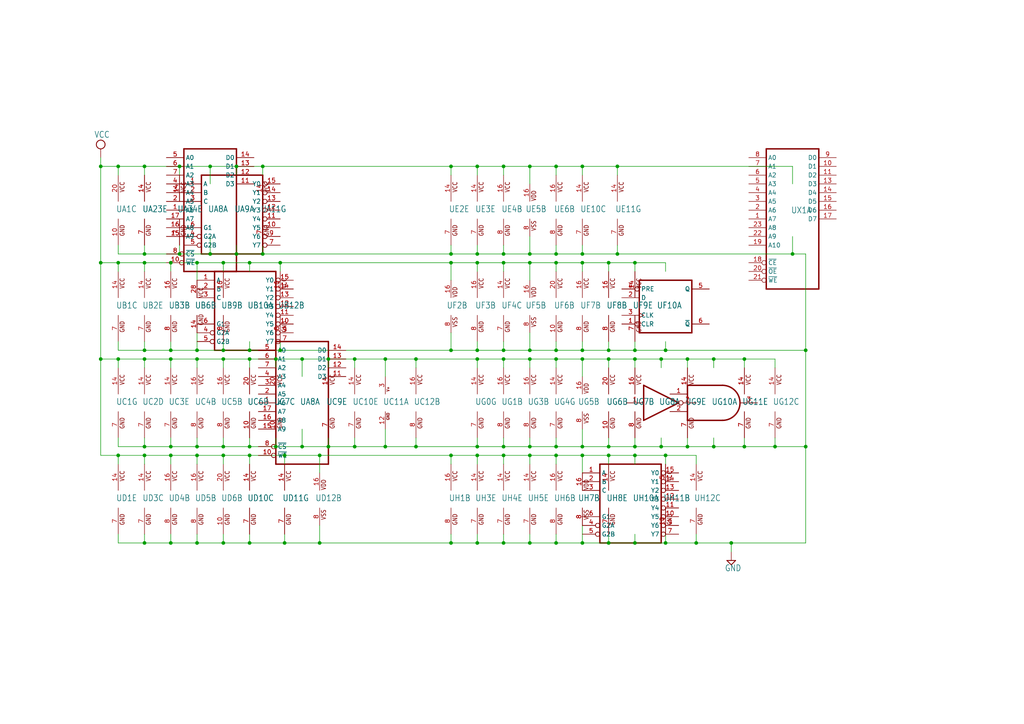
<source format=kicad_sch>
(kicad_sch (version 20230121) (generator eeschema)
  (paper "A4")
  (junction (at 168.91 76.2))
  (junction (at 193.04 101.6))
  (junction (at 193.04 132.08))
  (junction (at 215.9 104.14))
  (junction (at 41.91 104.14))
  (junction (at 41.91 129.54))
  (junction (at 138.43 48.26))
  (junction (at 176.53 101.6))
  (junction (at 72.39 104.14))
  (junction (at 111.76 129.54))
  (junction (at 146.05 76.2))
  (junction (at 111.76 104.14))
  (junction (at 229.87 73.66))
  (junction (at 52.07 48.26))
  (junction (at 87.63 104.14))
  (junction (at 184.15 157.48))
  (junction (at 130.81 157.48))
  (junction (at 34.29 76.2))
  (junction (at 146.05 157.48))
  (junction (at 153.67 76.2))
  (junction (at 64.77 157.48))
  (junction (at 161.29 157.48))
  (junction (at 138.43 129.54))
  (junction (at 153.67 129.54))
  (junction (at 41.91 132.08))
  (junction (at 179.07 48.26))
  (junction (at 184.15 101.6))
  (junction (at 193.04 157.48))
  (junction (at 49.53 129.54))
  (junction (at 184.15 104.14))
  (junction (at 120.65 129.54))
  (junction (at 72.39 157.48))
  (junction (at 153.67 157.48))
  (junction (at 130.81 48.26))
  (junction (at 72.39 132.08))
  (junction (at 49.53 157.48))
  (junction (at 207.01 104.14))
  (junction (at 29.21 76.2))
  (junction (at 57.15 104.14))
  (junction (at 130.81 76.2))
  (junction (at 57.15 157.48))
  (junction (at 146.05 101.6))
  (junction (at 191.77 104.14))
  (junction (at 161.29 104.14))
  (junction (at 49.53 101.6))
  (junction (at 161.29 101.6))
  (junction (at 176.53 157.48))
  (junction (at 146.05 132.08))
  (junction (at 52.07 73.66))
  (junction (at 57.15 129.54))
  (junction (at 184.15 132.08))
  (junction (at 34.29 104.14))
  (junction (at 41.91 157.48))
  (junction (at 92.71 157.48))
  (junction (at 76.2 48.26))
  (junction (at 81.28 101.6))
  (junction (at 29.21 48.26))
  (junction (at 153.67 101.6))
  (junction (at 184.15 76.2))
  (junction (at 153.67 73.66))
  (junction (at 146.05 73.66))
  (junction (at 34.29 48.26))
  (junction (at 168.91 101.6))
  (junction (at 153.67 104.14))
  (junction (at 146.05 129.54))
  (junction (at 215.9 129.54))
  (junction (at 161.29 73.66))
  (junction (at 68.58 48.26))
  (junction (at 41.91 101.6))
  (junction (at 176.53 132.08))
  (junction (at 199.39 129.54))
  (junction (at 49.53 132.08))
  (junction (at 64.77 129.54))
  (junction (at 41.91 73.66))
  (junction (at 64.77 104.14))
  (junction (at 168.91 48.26))
  (junction (at 92.71 132.08))
  (junction (at 95.25 129.54))
  (junction (at 168.91 132.08))
  (junction (at 102.87 104.14))
  (junction (at 120.65 104.14))
  (junction (at 146.05 48.26))
  (junction (at 153.67 132.08))
  (junction (at 60.96 48.26))
  (junction (at 64.77 132.08))
  (junction (at 80.01 104.14))
  (junction (at 138.43 73.66))
  (junction (at 168.91 129.54))
  (junction (at 153.67 48.26))
  (junction (at 179.07 73.66))
  (junction (at 168.91 157.48))
  (junction (at 49.53 104.14))
  (junction (at 57.15 76.2))
  (junction (at 64.77 76.2))
  (junction (at 168.91 104.14))
  (junction (at 72.39 101.6))
  (junction (at 138.43 104.14))
  (junction (at 41.91 48.26))
  (junction (at 176.53 129.54))
  (junction (at 130.81 73.66))
  (junction (at 207.01 129.54))
  (junction (at 82.55 132.08))
  (junction (at 161.29 76.2))
  (junction (at 41.91 76.2))
  (junction (at 76.2 73.66))
  (junction (at 224.79 129.54))
  (junction (at 95.25 104.14))
  (junction (at 138.43 132.08))
  (junction (at 138.43 157.48))
  (junction (at 64.77 101.6))
  (junction (at 60.96 73.66))
  (junction (at 87.63 129.54))
  (junction (at 82.55 157.48))
  (junction (at 138.43 101.6))
  (junction (at 233.68 129.54))
  (junction (at 138.43 76.2))
  (junction (at 146.05 104.14))
  (junction (at 191.77 129.54))
  (junction (at 184.15 129.54))
  (junction (at 212.09 157.48))
  (junction (at 176.53 76.2))
  (junction (at 29.21 104.14))
  (junction (at 72.39 76.2))
  (junction (at 161.29 48.26))
  (junction (at 176.53 104.14))
  (junction (at 161.29 132.08))
  (junction (at 130.81 132.08))
  (junction (at 199.39 104.14))
  (junction (at 233.68 101.6))
  (junction (at 168.91 73.66))
  (junction (at 57.15 101.6))
  (junction (at 57.15 132.08))
  (junction (at 81.28 76.2))
  (junction (at 49.53 76.2))
  (junction (at 80.01 129.54))
  (junction (at 130.81 101.6))
  (junction (at 72.39 129.54))
  (junction (at 34.29 132.08))
  (junction (at 102.87 129.54))
  (junction (at 68.58 73.66))
  (junction (at 161.29 129.54))
  (junction (at 201.93 157.48))
  (wire (pts (xy 80.01 129.54) (xy 87.63 129.54)))
  (wire (pts (xy 153.67 132.08) (xy 161.29 132.08)))
  (wire (pts (xy 153.67 48.26) (xy 146.05 48.26)))
  (wire (pts (xy 146.05 73.66) (xy 138.43 73.66)))
  (wire (pts (xy 176.53 154.94) (xy 176.53 157.48)))
  (wire (pts (xy 72.39 76.2) (xy 81.28 76.2)))
  (wire (pts (xy 72.39 132.08) (xy 82.55 132.08)))
  (wire (pts (xy 41.91 50.8) (xy 41.91 48.26)))
  (wire (pts (xy 201.93 157.48) (xy 201.93 154.94)))
  (wire (pts (xy 229.87 53.34) (xy 229.87 48.26)))
  (wire (pts (xy 138.43 73.66) (xy 130.81 73.66)))
  (wire (pts (xy 41.91 127) (xy 41.91 129.54)))
  (wire (pts (xy 146.05 134.62) (xy 146.05 132.08)))
  (wire (pts (xy 49.53 127) (xy 49.53 129.54)))
  (wire (pts (xy 207.01 129.54) (xy 215.9 129.54)))
  (wire (pts (xy 153.67 76.2) (xy 161.29 76.2)))
  (wire (pts (xy 102.87 106.68) (xy 102.87 104.14)))
  (wire (pts (xy 229.87 73.66) (xy 179.07 73.66)))
  (wire (pts (xy 92.71 152.4) (xy 92.71 157.48)))
  (wire (pts (xy 146.05 129.54) (xy 153.67 129.54)))
  (wire (pts (xy 229.87 68.58) (xy 229.87 73.66)))
  (wire (pts (xy 153.67 68.58) (xy 153.67 73.66)))
  (wire (pts (xy 201.93 157.48) (xy 212.09 157.48)))
  (wire (pts (xy 72.39 99.06) (xy 72.39 101.6)))
  (wire (pts (xy 68.58 50.8) (xy 68.58 48.26)))
  (wire (pts (xy 29.21 48.26) (xy 29.21 76.2)))
  (wire (pts (xy 81.28 76.2) (xy 81.28 78.74)))
  (wire (pts (xy 120.65 104.14) (xy 138.43 104.14)))
  (wire (pts (xy 34.29 134.62) (xy 34.29 132.08)))
  (wire (pts (xy 184.15 106.68) (xy 184.15 104.14)))
  (wire (pts (xy 72.39 127) (xy 72.39 129.54)))
  (wire (pts (xy 184.15 101.6) (xy 193.04 101.6)))
  (wire (pts (xy 34.29 73.66) (xy 41.91 73.66)))
  (wire (pts (xy 34.29 71.12) (xy 34.29 73.66)))
  (wire (pts (xy 212.09 157.48) (xy 212.09 160.02)))
  (wire (pts (xy 146.05 104.14) (xy 138.43 104.14)))
  (wire (pts (xy 193.04 132.08) (xy 201.93 132.08)))
  (wire (pts (xy 81.28 76.2) (xy 130.81 76.2)))
  (wire (pts (xy 168.91 137.16) (xy 168.91 132.08)))
  (wire (pts (xy 87.63 129.54) (xy 95.25 129.54)))
  (wire (pts (xy 92.71 157.48) (xy 82.55 157.48)))
  (wire (pts (xy 184.15 127) (xy 184.15 129.54)))
  (wire (pts (xy 176.53 104.14) (xy 184.15 104.14)))
  (wire (pts (xy 184.15 104.14) (xy 191.77 104.14)))
  (wire (pts (xy 176.53 106.68) (xy 176.53 104.14)))
  (wire (pts (xy 199.39 129.54) (xy 191.77 129.54)))
  (wire (pts (xy 153.67 101.6) (xy 161.29 101.6)))
  (wire (pts (xy 41.91 73.66) (xy 41.91 71.12)))
  (wire (pts (xy 29.21 76.2) (xy 29.21 104.14)))
  (wire (pts (xy 34.29 101.6) (xy 41.91 101.6)))
  (wire (pts (xy 153.67 53.34) (xy 153.67 48.26)))
  (wire (pts (xy 184.15 134.62) (xy 184.15 132.08)))
  (wire (pts (xy 146.05 154.94) (xy 146.05 157.48)))
  (wire (pts (xy 130.81 157.48) (xy 138.43 157.48)))
  (wire (pts (xy 34.29 99.06) (xy 34.29 101.6)))
  (wire (pts (xy 233.68 157.48) (xy 212.09 157.48)))
  (wire (pts (xy 161.29 157.48) (xy 168.91 157.48)))
  (wire (pts (xy 138.43 48.26) (xy 130.81 48.26)))
  (wire (pts (xy 138.43 134.62) (xy 138.43 132.08)))
  (wire (pts (xy 72.39 154.94) (xy 72.39 157.48)))
  (wire (pts (xy 92.71 132.08) (xy 130.81 132.08)))
  (wire (pts (xy 161.29 101.6) (xy 168.91 101.6)))
  (wire (pts (xy 130.81 50.8) (xy 130.81 48.26)))
  (wire (pts (xy 64.77 104.14) (xy 72.39 104.14)))
  (wire (pts (xy 146.05 76.2) (xy 153.67 76.2)))
  (wire (pts (xy 64.77 134.62) (xy 64.77 132.08)))
  (wire (pts (xy 68.58 71.12) (xy 68.58 73.66)))
  (wire (pts (xy 146.05 78.74) (xy 146.05 76.2)))
  (wire (pts (xy 168.91 76.2) (xy 176.53 76.2)))
  (wire (pts (xy 82.55 132.08) (xy 82.55 134.62)))
  (wire (pts (xy 111.76 124.46) (xy 111.76 129.54)))
  (wire (pts (xy 138.43 104.14) (xy 138.43 106.68)))
  (wire (pts (xy 130.81 132.08) (xy 138.43 132.08)))
  (wire (pts (xy 41.91 99.06) (xy 41.91 101.6)))
  (wire (pts (xy 233.68 73.66) (xy 233.68 101.6)))
  (wire (pts (xy 179.07 50.8) (xy 179.07 48.26)))
  (wire (pts (xy 29.21 104.14) (xy 34.29 104.14)))
  (wire (pts (xy 29.21 132.08) (xy 34.29 132.08)))
  (wire (pts (xy 138.43 76.2) (xy 138.43 78.74)))
  (wire (pts (xy 146.05 132.08) (xy 153.67 132.08)))
  (wire (pts (xy 49.53 76.2) (xy 49.53 78.74)))
  (wire (pts (xy 60.96 73.66) (xy 68.58 73.66)))
  (wire (pts (xy 41.91 154.94) (xy 41.91 157.48)))
  (wire (pts (xy 130.81 101.6) (xy 138.43 101.6)))
  (wire (pts (xy 130.81 157.48) (xy 92.71 157.48)))
  (wire (pts (xy 153.67 127) (xy 153.67 129.54)))
  (wire (pts (xy 41.91 48.26) (xy 52.07 48.26)))
  (wire (pts (xy 138.43 101.6) (xy 146.05 101.6)))
  (wire (pts (xy 76.2 73.66) (xy 130.81 73.66)))
  (wire (pts (xy 153.67 96.52) (xy 153.67 101.6)))
  (wire (pts (xy 52.07 48.26) (xy 60.96 48.26)))
  (wire (pts (xy 161.29 127) (xy 161.29 129.54)))
  (wire (pts (xy 82.55 132.08) (xy 92.71 132.08)))
  (wire (pts (xy 102.87 104.14) (xy 95.25 104.14)))
  (wire (pts (xy 34.29 76.2) (xy 41.91 76.2)))
  (wire (pts (xy 29.21 104.14) (xy 29.21 132.08)))
  (wire (pts (xy 34.29 78.74) (xy 34.29 76.2)))
  (wire (pts (xy 161.29 73.66) (xy 153.67 73.66)))
  (wire (pts (xy 161.29 71.12) (xy 161.29 73.66)))
  (wire (pts (xy 199.39 104.14) (xy 191.77 104.14)))
  (wire (pts (xy 153.67 154.94) (xy 153.67 157.48)))
  (wire (pts (xy 233.68 101.6) (xy 233.68 129.54)))
  (wire (pts (xy 168.91 104.14) (xy 161.29 104.14)))
  (wire (pts (xy 102.87 104.14) (xy 111.76 104.14)))
  (wire (pts (xy 168.91 152.4) (xy 168.91 157.48)))
  (wire (pts (xy 49.53 104.14) (xy 57.15 104.14)))
  (wire (pts (xy 184.15 129.54) (xy 191.77 129.54)))
  (wire (pts (xy 72.39 104.14) (xy 80.01 104.14)))
  (wire (pts (xy 64.77 129.54) (xy 72.39 129.54)))
  (wire (pts (xy 49.53 76.2) (xy 57.15 76.2)))
  (wire (pts (xy 153.67 101.6) (xy 146.05 101.6)))
  (wire (pts (xy 153.67 81.28) (xy 153.67 76.2)))
  (wire (pts (xy 207.01 127) (xy 207.01 129.54)))
  (wire (pts (xy 207.01 106.68) (xy 207.01 104.14)))
  (wire (pts (xy 138.43 132.08) (xy 146.05 132.08)))
  (wire (pts (xy 111.76 109.22) (xy 111.76 104.14)))
  (wire (pts (xy 72.39 134.62) (xy 72.39 132.08)))
  (wire (pts (xy 138.43 71.12) (xy 138.43 73.66)))
  (wire (pts (xy 233.68 129.54) (xy 233.68 157.48)))
  (wire (pts (xy 184.15 76.2) (xy 184.15 78.74)))
  (wire (pts (xy 176.53 127) (xy 176.53 129.54)))
  (wire (pts (xy 34.29 106.68) (xy 34.29 104.14)))
  (wire (pts (xy 176.53 101.6) (xy 184.15 101.6)))
  (wire (pts (xy 146.05 48.26) (xy 138.43 48.26)))
  (wire (pts (xy 76.2 73.66) (xy 76.2 71.12)))
  (wire (pts (xy 57.15 76.2) (xy 64.77 76.2)))
  (wire (pts (xy 138.43 154.94) (xy 138.43 157.48)))
  (wire (pts (xy 57.15 157.48) (xy 64.77 157.48)))
  (wire (pts (xy 34.29 48.26) (xy 41.91 48.26)))
  (wire (pts (xy 34.29 132.08) (xy 41.91 132.08)))
  (wire (pts (xy 72.39 101.6) (xy 81.28 101.6)))
  (wire (pts (xy 41.91 104.14) (xy 49.53 104.14)))
  (wire (pts (xy 111.76 104.14) (xy 120.65 104.14)))
  (wire (pts (xy 49.53 132.08) (xy 57.15 132.08)))
  (wire (pts (xy 201.93 134.62) (xy 201.93 132.08)))
  (wire (pts (xy 146.05 50.8) (xy 146.05 48.26)))
  (wire (pts (xy 34.29 127) (xy 34.29 129.54)))
  (wire (pts (xy 161.29 99.06) (xy 161.29 101.6)))
  (wire (pts (xy 92.71 137.16) (xy 92.71 132.08)))
  (wire (pts (xy 168.91 78.74) (xy 168.91 76.2)))
  (wire (pts (xy 176.53 129.54) (xy 168.91 129.54)))
  (wire (pts (xy 57.15 101.6) (xy 64.77 101.6)))
  (wire (pts (xy 102.87 129.54) (xy 95.25 129.54)))
  (wire (pts (xy 224.79 129.54) (xy 233.68 129.54)))
  (wire (pts (xy 60.96 48.26) (xy 68.58 48.26)))
  (wire (pts (xy 146.05 106.68) (xy 146.05 104.14)))
  (wire (pts (xy 34.29 50.8) (xy 34.29 48.26)))
  (wire (pts (xy 49.53 157.48) (xy 57.15 157.48)))
  (wire (pts (xy 60.96 48.26) (xy 60.96 53.34)))
  (wire (pts (xy 57.15 154.94) (xy 57.15 157.48)))
  (wire (pts (xy 120.65 104.14) (xy 120.65 106.68)))
  (wire (pts (xy 193.04 157.48) (xy 201.93 157.48)))
  (wire (pts (xy 176.53 104.14) (xy 168.91 104.14)))
  (wire (pts (xy 72.39 76.2) (xy 72.39 78.74)))
  (wire (pts (xy 184.15 132.08) (xy 193.04 132.08)))
  (wire (pts (xy 64.77 76.2) (xy 64.77 78.74)))
  (wire (pts (xy 138.43 129.54) (xy 146.05 129.54)))
  (wire (pts (xy 153.67 104.14) (xy 146.05 104.14)))
  (wire (pts (xy 168.91 109.22) (xy 168.91 104.14)))
  (wire (pts (xy 80.01 106.68) (xy 80.01 104.14)))
  (wire (pts (xy 199.39 106.68) (xy 199.39 104.14)))
  (wire (pts (xy 191.77 127) (xy 191.77 129.54)))
  (wire (pts (xy 130.81 132.08) (xy 130.81 134.62)))
  (wire (pts (xy 130.81 73.66) (xy 130.81 71.12)))
  (wire (pts (xy 146.05 99.06) (xy 146.05 101.6)))
  (wire (pts (xy 64.77 106.68) (xy 64.77 104.14)))
  (wire (pts (xy 41.91 73.66) (xy 52.07 73.66)))
  (wire (pts (xy 57.15 104.14) (xy 64.77 104.14)))
  (wire (pts (xy 168.91 101.6) (xy 176.53 101.6)))
  (wire (pts (xy 138.43 99.06) (xy 138.43 101.6)))
  (wire (pts (xy 41.91 76.2) (xy 41.91 78.74)))
  (wire (pts (xy 52.07 50.8) (xy 52.07 48.26)))
  (wire (pts (xy 153.67 157.48) (xy 161.29 157.48)))
  (wire (pts (xy 64.77 132.08) (xy 72.39 132.08)))
  (wire (pts (xy 64.77 154.94) (xy 64.77 157.48)))
  (wire (pts (xy 87.63 104.14) (xy 95.25 104.14)))
  (wire (pts (xy 168.91 99.06) (xy 168.91 101.6)))
  (wire (pts (xy 146.05 127) (xy 146.05 129.54)))
  (wire (pts (xy 72.39 129.54) (xy 80.01 129.54)))
  (wire (pts (xy 57.15 129.54) (xy 64.77 129.54)))
  (wire (pts (xy 176.53 157.48) (xy 184.15 157.48)))
  (wire (pts (xy 95.25 106.68) (xy 95.25 104.14)))
  (wire (pts (xy 138.43 76.2) (xy 146.05 76.2)))
  (wire (pts (xy 130.81 76.2) (xy 130.81 81.28)))
  (wire (pts (xy 215.9 106.68) (xy 215.9 104.14)))
  (wire (pts (xy 64.77 99.06) (xy 64.77 101.6)))
  (wire (pts (xy 224.79 106.68) (xy 224.79 104.14)))
  (wire (pts (xy 52.07 73.66) (xy 52.07 71.12)))
  (wire (pts (xy 199.39 127) (xy 199.39 129.54)))
  (wire (pts (xy 161.29 154.94) (xy 161.29 157.48)))
  (wire (pts (xy 193.04 99.06) (xy 193.04 101.6)))
  (wire (pts (xy 168.91 48.26) (xy 161.29 48.26)))
  (wire (pts (xy 161.29 134.62) (xy 161.29 132.08)))
  (wire (pts (xy 161.29 78.74) (xy 161.29 76.2)))
  (wire (pts (xy 184.15 101.6) (xy 184.15 99.06)))
  (wire (pts (xy 64.77 101.6) (xy 72.39 101.6)))
  (wire (pts (xy 153.67 129.54) (xy 161.29 129.54)))
  (wire (pts (xy 161.29 106.68) (xy 161.29 104.14)))
  (wire (pts (xy 176.53 132.08) (xy 184.15 132.08)))
  (wire (pts (xy 34.29 157.48) (xy 41.91 157.48)))
  (wire (pts (xy 215.9 104.14) (xy 224.79 104.14)))
  (wire (pts (xy 207.01 104.14) (xy 199.39 104.14)))
  (wire (pts (xy 120.65 129.54) (xy 120.65 127)))
  (wire (pts (xy 153.67 134.62) (xy 153.67 132.08)))
  (wire (pts (xy 34.29 154.94) (xy 34.29 157.48)))
  (wire (pts (xy 215.9 127) (xy 215.9 129.54)))
  (wire (pts (xy 138.43 127) (xy 138.43 129.54)))
  (wire (pts (xy 87.63 109.22) (xy 87.63 104.14)))
  (wire (pts (xy 215.9 129.54) (xy 224.79 129.54)))
  (wire (pts (xy 233.68 73.66) (xy 229.87 73.66)))
  (wire (pts (xy 81.28 101.6) (xy 81.28 99.06)))
  (wire (pts (xy 82.55 157.48) (xy 82.55 154.94)))
  (wire (pts (xy 168.91 132.08) (xy 176.53 132.08)))
  (wire (pts (xy 68.58 73.66) (xy 76.2 73.66)))
  (wire (pts (xy 49.53 132.08) (xy 49.53 134.62)))
  (wire (pts (xy 161.29 50.8) (xy 161.29 48.26)))
  (wire (pts (xy 161.29 48.26) (xy 153.67 48.26)))
  (wire (pts (xy 29.21 76.2) (xy 34.29 76.2)))
  (wire (pts (xy 176.53 99.06) (xy 176.53 101.6)))
  (wire (pts (xy 161.29 76.2) (xy 168.91 76.2)))
  (wire (pts (xy 34.29 48.26) (xy 29.21 48.26)))
  (wire (pts (xy 102.87 127) (xy 102.87 129.54)))
  (wire (pts (xy 57.15 106.68) (xy 57.15 104.14)))
  (wire (pts (xy 153.67 106.68) (xy 153.67 104.14)))
  (wire (pts (xy 41.91 132.08) (xy 41.91 134.62)))
  (wire (pts (xy 168.91 157.48) (xy 176.53 157.48)))
  (wire (pts (xy 57.15 132.08) (xy 57.15 134.62)))
  (wire (pts (xy 52.07 73.66) (xy 60.96 73.66)))
  (wire (pts (xy 64.77 76.2) (xy 72.39 76.2)))
  (wire (pts (xy 146.05 71.12) (xy 146.05 73.66)))
  (wire (pts (xy 41.91 129.54) (xy 49.53 129.54)))
  (wire (pts (xy 57.15 76.2) (xy 57.15 81.28)))
  (wire (pts (xy 49.53 101.6) (xy 57.15 101.6)))
  (wire (pts (xy 207.01 129.54) (xy 199.39 129.54)))
  (wire (pts (xy 193.04 101.6) (xy 233.68 101.6)))
  (wire (pts (xy 41.91 76.2) (xy 49.53 76.2)))
  (wire (pts (xy 146.05 157.48) (xy 153.67 157.48)))
  (wire (pts (xy 41.91 106.68) (xy 41.91 104.14)))
  (wire (pts (xy 41.91 157.48) (xy 49.53 157.48)))
  (wire (pts (xy 111.76 129.54) (xy 120.65 129.54)))
  (wire (pts (xy 60.96 68.58) (xy 60.96 73.66)))
  (wire (pts (xy 168.91 71.12) (xy 168.91 73.66)))
  (wire (pts (xy 87.63 124.46) (xy 87.63 129.54)))
  (wire (pts (xy 80.01 127) (xy 80.01 129.54)))
  (wire (pts (xy 34.29 129.54) (xy 41.91 129.54)))
  (wire (pts (xy 179.07 73.66) (xy 168.91 73.66)))
  (wire (pts (xy 176.53 76.2) (xy 184.15 76.2)))
  (wire (pts (xy 168.91 129.54) (xy 161.29 129.54)))
  (wire (pts (xy 49.53 154.94) (xy 49.53 157.48)))
  (wire (pts (xy 161.29 104.14) (xy 153.67 104.14)))
  (wire (pts (xy 29.21 45.72) (xy 29.21 48.26)))
  (wire (pts (xy 168.91 50.8) (xy 168.91 48.26)))
  (wire (pts (xy 179.07 71.12) (xy 179.07 73.66)))
  (wire (pts (xy 153.67 73.66) (xy 146.05 73.66)))
  (wire (pts (xy 193.04 78.74) (xy 193.04 76.2)))
  (wire (pts (xy 229.87 48.26) (xy 179.07 48.26)))
  (wire (pts (xy 130.81 154.94) (xy 130.81 157.48)))
  (wire (pts (xy 193.04 154.94) (xy 193.04 157.48)))
  (wire (pts (xy 184.15 76.2) (xy 193.04 76.2)))
  (wire (pts (xy 168.91 73.66) (xy 161.29 73.66)))
  (wire (pts (xy 179.07 48.26) (xy 168.91 48.26)))
  (wire (pts (xy 76.2 48.26) (xy 76.2 50.8)))
  (wire (pts (xy 57.15 96.52) (xy 57.15 101.6)))
  (wire (pts (xy 207.01 104.14) (xy 215.9 104.14)))
  (wire (pts (xy 34.29 104.14) (xy 41.91 104.14)))
  (wire (pts (xy 95.25 127) (xy 95.25 129.54)))
  (wire (pts (xy 64.77 127) (xy 64.77 129.54)))
  (wire (pts (xy 120.65 129.54) (xy 138.43 129.54)))
  (wire (pts (xy 184.15 157.48) (xy 193.04 157.48)))
  (wire (pts (xy 80.01 104.14) (xy 87.63 104.14)))
  (wire (pts (xy 49.53 129.54) (xy 57.15 129.54)))
  (wire (pts (xy 130.81 76.2) (xy 138.43 76.2)))
  (wire (pts (xy 138.43 157.48) (xy 146.05 157.48)))
  (wire (pts (xy 76.2 48.26) (xy 130.81 48.26)))
  (wire (pts (xy 176.53 129.54) (xy 184.15 129.54)))
  (wire (pts (xy 176.53 134.62) (xy 176.53 132.08)))
  (wire (pts (xy 72.39 157.48) (xy 82.55 157.48)))
  (wire (pts (xy 130.81 101.6) (xy 130.81 96.52)))
  (wire (pts (xy 68.58 48.26) (xy 76.2 48.26)))
  (wire (pts (xy 72.39 106.68) (xy 72.39 104.14)))
  (wire (pts (xy 184.15 154.94) (xy 184.15 157.48)))
  (wire (pts (xy 57.15 127) (xy 57.15 129.54)))
  (wire (pts (xy 191.77 104.14) (xy 191.77 106.68)))
  (wire (pts (xy 81.28 101.6) (xy 130.81 101.6)))
  (wire (pts (xy 193.04 134.62) (xy 193.04 132.08)))
  (wire (pts (xy 102.87 129.54) (xy 111.76 129.54)))
  (wire (pts (xy 138.43 50.8) (xy 138.43 48.26)))
  (wire (pts (xy 168.91 124.46) (xy 168.91 129.54)))
  (wire (pts (xy 49.53 106.68) (xy 49.53 104.14)))
  (wire (pts (xy 49.53 99.06) (xy 49.53 101.6)))
  (wire (pts (xy 41.91 132.08) (xy 49.53 132.08)))
  (wire (pts (xy 64.77 157.48) (xy 72.39 157.48)))
  (wire (pts (xy 41.91 101.6) (xy 49.53 101.6)))
  (wire (pts (xy 224.79 129.54) (xy 224.79 127)))
  (wire (pts (xy 176.53 78.74) (xy 176.53 76.2)))
  (wire (pts (xy 57.15 132.08) (xy 64.77 132.08)))
  (wire (pts (xy 161.29 132.08) (xy 168.91 132.08)))
  (symbol (lib_id "HC2000:4161P") (at 153.67 88.9 0) (unit 2)
    (property "Reference" "UF5" (at 152.4 89.535 0) (effects (font (size 1.778 1.5113)) (justify left bottom)))
    (property "Value" "74LS161" (effects hide))
    (property "Footprint" "HC2000:DIL16" (effects hide))
  )
  (symbol (lib_id "HC2000:VCC") (at 29.21 43.18 0) (unit 1)
    (property "Reference" "#SUPPLY0116" (effects hide))
    (property "Value" "VCC" (at 27.305 40.005 0) (effects (font (size 1.778 1.5113)) (justify left bottom)))
    (property "Footprint" "HC2000:" (effects hide))
  )
  (symbol (lib_id "HC2000:7400N") (at 138.43 144.78 0) (unit 5)
    (property "Reference" "UH3" (at 137.795 145.415 0) (effects (font (size 1.778 1.5113)) (justify left bottom)))
    (property "Value" "74LS00" (effects hide))
    (property "Footprint" "HC2000:DIL14" (effects hide))
  )
  (symbol (lib_id "HC2000:LM339N") (at 111.76 116.84 0) (unit 1)
    (property "Reference" "UC11" (at 111.095 117.477 0) (effects (font (size 1.778 1.5113)) (justify left bottom)))
    (property "Value" "LM339N" (effects hide))
    (property "Footprint" "HC2000:DIL14" (effects hide))
  )
  (symbol (lib_id "HC2000:7408N") (at 130.81 60.96 0) (unit 5)
    (property "Reference" "UE2" (at 130.175 61.595 0) (effects (font (size 1.778 1.5113)) (justify left bottom)))
    (property "Value" "74LS08" (effects hide))
    (property "Footprint" "HC2000:DIL14" (effects hide))
  )
  (symbol (lib_id "HC2000:74257N") (at 57.15 144.78 0) (unit 2)
    (property "Reference" "UD5" (at 56.515 145.415 0) (effects (font (size 1.778 1.5113)) (justify left bottom)))
    (property "Value" "74LS257" (effects hide))
    (property "Footprint" "HC2000:DIL16" (effects hide))
  )
  (symbol (lib_id "HC2000:7432N") (at 184.15 88.9 0) (unit 5)
    (property "Reference" "UF9" (at 183.515 89.535 0) (effects (font (size 1.778 1.5113)) (justify left bottom)))
    (property "Value" "74LS32" (effects hide))
    (property "Footprint" "HC2000:DIL14" (effects hide))
  )
  (symbol (lib_id "HC2000:7405N") (at 191.77 116.84 0) (unit 1)
    (property "Reference" "UG8" (at 191.135 117.475 0) (effects (font (size 1.778 1.5113)) (justify left bottom)))
    (property "Value" "74LS05" (effects hide))
    (property "Footprint" "HC2000:DIL14" (effects hide))
    (instances (project "HC2000" (path "" (reference "UG8") (unit 1)) (path "" (reference "UG8") (unit 7))))
  )
  (symbol (lib_id "HC2000:7432N") (at 138.43 60.96 0) (unit 5)
    (property "Reference" "UE3" (at 137.795 61.595 0) (effects (font (size 1.778 1.5113)) (justify left bottom)))
    (property "Value" "74LS32" (effects hide))
    (property "Footprint" "HC2000:DIL14" (effects hide))
  )
  (symbol (lib_id "HC2000:74166N") (at 161.29 60.96 0) (unit 2)
    (property "Reference" "UE6" (at 160.655 61.595 0) (effects (font (size 1.778 1.5113)) (justify left bottom)))
    (property "Value" "74LS166" (effects hide))
    (property "Footprint" "HC2000:DIL16" (effects hide))
  )
  (symbol (lib_id "HC2000:7414N") (at 82.55 144.78 0) (unit 7)
    (property "Reference" "UD11" (at 81.915 145.415 0) (effects (font (size 1.778 1.5113)) (justify left bottom)))
    (property "Value" "74LS14" (effects hide))
    (property "Footprint" "HC2000:DIL14" (effects hide))
  )
  (symbol (lib_id "HC2000:74257N") (at 161.29 144.78 0) (unit 2)
    (property "Reference" "UH6" (at 160.655 145.415 0) (effects (font (size 1.778 1.5113)) (justify left bottom)))
    (property "Value" "74LS257" (effects hide))
    (property "Footprint" "HC2000:DIL16" (effects hide))
  )
  (symbol (lib_id "HC2000:6116") (at 229.87 60.96 0) (unit 1)
    (property "Reference" "UX1" (at 232.41 60.96 0) (effects (font (size 1.778 1.5113))))
    (property "Value" "UM6116-3" (effects hide))
    (property "Footprint" "HC2000:DIL24" (effects hide))
    (instances (project "HC2000" (path "" (reference "UX1") (unit 1)) (path "" (reference "UX1") (unit 2))))
  )
  (symbol (lib_id "HC2000:7404N") (at 34.29 116.84 0) (unit 7)
    (property "Reference" "UC1" (at 33.655 117.475 0) (effects (font (size 1.778 1.5113)) (justify left bottom)))
    (property "Value" "74LS04" (effects hide))
    (property "Footprint" "HC2000:DIL14" (effects hide))
  )
  (symbol (lib_id "HC2000:7486N") (at 146.05 144.78 0) (unit 5)
    (property "Reference" "UH4" (at 145.415 145.415 0) (effects (font (size 1.778 1.5113)) (justify left bottom)))
    (property "Value" "74LS86" (effects hide))
    (property "Footprint" "HC2000:DIL14" (effects hide))
  )
  (symbol (lib_id "HC2000:74157N") (at 49.53 144.78 0) (unit 2)
    (property "Reference" "UD4" (at 48.895 145.415 0) (effects (font (size 1.778 1.5113)) (justify left bottom)))
    (property "Value" "74LS157" (effects hide))
    (property "Footprint" "HC2000:DIL16" (effects hide))
  )
  (symbol (lib_id "HC2000:74374N") (at 161.29 88.9 0) (unit 2)
    (property "Reference" "UF6" (at 160.655 89.535 0) (effects (font (size 1.778 1.5113)) (justify left bottom)))
    (property "Value" "74LS374" (effects hide))
    (property "Footprint" "HC2000:DIL20" (effects hide))
  )
  (symbol (lib_id "HC2000:7474N") (at 146.05 88.9 0) (unit 3)
    (property "Reference" "UF4" (at 145.415 89.535 0) (effects (font (size 1.778 1.5113)) (justify left bottom)))
    (property "Value" "74LS74" (effects hide))
    (property "Footprint" "HC2000:DIL14" (effects hide))
  )
  (symbol (lib_id "HC2000:27256") (at 57.15 88.9 0) (unit 2)
    (property "Reference" "UB6" (at 56.515 89.535 0) (effects (font (size 1.778 1.5113)) (justify left bottom)))
    (property "Value" "27C512" (effects hide))
    (property "Footprint" "HC2000:DIL28" (effects hide))
  )
  (symbol (lib_id "HC2000:74244N") (at 34.29 60.96 0) (unit 3)
    (property "Reference" "UA1" (at 33.655 61.595 0) (effects (font (size 1.778 1.5113)) (justify left bottom)))
    (property "Value" "74LS244" (effects hide))
    (property "Footprint" "HC2000:DIL20" (effects hide))
  )
  (symbol (lib_id "HC2000:7442N") (at 146.05 116.84 0) (unit 2)
    (property "Reference" "UG1" (at 145.415 117.475 0) (effects (font (size 1.778 1.5113)) (justify left bottom)))
    (property "Value" "74LS42" (effects hide))
    (property "Footprint" "HC2000:DIL16" (effects hide))
  )
  (symbol (lib_id "HC2000:7400N") (at 41.91 88.9 0) (unit 5)
    (property "Reference" "UB2" (at 41.275 89.535 0) (effects (font (size 1.778 1.5113)) (justify left bottom)))
    (property "Value" "74LS00" (effects hide))
    (property "Footprint" "HC2000:DIL14" (effects hide))
  )
  (symbol (lib_id "HC2000:7432N") (at 199.39 116.84 0) (unit 5)
    (property "Reference" "UG9" (at 198.755 117.475 0) (effects (font (size 1.778 1.5113)) (justify left bottom)))
    (property "Value" "74LS32" (effects hide))
    (property "Footprint" "HC2000:DIL14" (effects hide))
  )
  (symbol (lib_id "HC2000:74138N") (at 176.53 88.9 0) (unit 2)
    (property "Reference" "UF8" (at 175.895 89.535 0) (effects (font (size 1.778 1.5113)) (justify left bottom)))
    (property "Value" "74LS138" (effects hide))
    (property "Footprint" "HC2000:DIL16" (effects hide))
  )
  (symbol (lib_id "HC2000:74373N") (at 72.39 116.84 0) (unit 2)
    (property "Reference" "UC6" (at 71.755 117.475 0) (effects (font (size 1.778 1.5113)) (justify left bottom)))
    (property "Value" "74LS373" (effects hide))
    (property "Footprint" "HC2000:DIL20" (effects hide))
  )
  (symbol (lib_id "HC2000:7408N") (at 207.01 116.84 0) (unit 1)
    (property "Reference" "UG10" (at 206.375 117.475 0) (effects (font (size 1.778 1.5113)) (justify left bottom)))
    (property "Value" "74LS08" (effects hide))
    (property "Footprint" "HC2000:DIL14" (effects hide))
    (instances (project "HC2000" (path "" (reference "UG10") (unit 1)) (path "" (reference "UG10") (unit 5))))
  )
  (symbol (lib_id "HC2000:74138N") (at 184.15 144.78 0) (unit 1)
    (property "Reference" "UH10" (at 183.515 145.415 0) (effects (font (size 1.778 1.5113)) (justify left bottom)))
    (property "Value" "74LS138" (effects hide))
    (property "Footprint" "HC2000:DIL16" (effects hide))
    (instances (project "HC2000" (path "" (reference "UH10") (unit 1)) (path "" (reference "UH10") (unit 2))))
  )
  (symbol (lib_id "HC2000:GND") (at 212.09 162.56 0) (unit 1)
    (property "Reference" "#SUPPLY0115" (effects hide))
    (property "Value" "GND" (at 210.185 165.735 0) (effects (font (size 1.778 1.5113)) (justify left bottom)))
    (property "Footprint" "HC2000:" (effects hide))
  )
  (symbol (lib_id "HC2000:7427N") (at 41.91 116.84 0) (unit 4)
    (property "Reference" "UC2" (at 41.275 117.475 0) (effects (font (size 1.778 1.5113)) (justify left bottom)))
    (property "Value" "74LS27" (effects hide))
    (property "Footprint" "HC2000:DIL14" (effects hide))
  )
  (symbol (lib_id "HC2000:74175N") (at 130.81 144.78 0) (unit 2)
    (property "Reference" "UH1" (at 130.175 145.415 0) (effects (font (size 1.778 1.5113)) (justify left bottom)))
    (property "Value" "74LS175" (effects hide))
    (property "Footprint" "HC2000:DIL16" (effects hide))
  )
  (symbol (lib_id "HC2000:74138N") (at 146.05 60.96 0) (unit 2)
    (property "Reference" "UE4" (at 145.415 61.595 0) (effects (font (size 1.778 1.5113)) (justify left bottom)))
    (property "Value" "74LS138" (effects hide))
    (property "Footprint" "HC2000:DIL16" (effects hide))
  )
  (symbol (lib_id "HC2000:74175N") (at 120.65 116.84 0) (unit 2)
    (property "Reference" "UC12" (at 120.015 117.475 0) (effects (font (size 1.778 1.5113)) (justify left bottom)))
    (property "Value" "74LS175" (effects hide))
    (property "Footprint" "HC2000:DIL16" (effects hide))
  )
  (symbol (lib_id "HC2000:7493N") (at 193.04 144.78 0) (unit 2)
    (property "Reference" "UH11" (at 192.405 145.415 0) (effects (font (size 1.778 1.5113)) (justify left bottom)))
    (property "Value" "74LS93" (effects hide))
    (property "Footprint" "HC2000:DIL14" (effects hide))
  )
  (symbol (lib_id "HC2000:7403N") (at 102.87 116.84 0) (unit 5)
    (property "Reference" "UC10" (at 102.235 117.475 0) (effects (font (size 1.778 1.5113)) (justify left bottom)))
    (property "Value" "74LS38" (effects hide))
    (property "Footprint" "HC2000:DIL14" (effects hide))
  )
  (symbol (lib_id "HC2000:4161P") (at 130.81 88.9 0) (unit 2)
    (property "Reference" "UF2" (at 129.54 89.535 0) (effects (font (size 1.778 1.5113)) (justify left bottom)))
    (property "Value" "74LS161" (effects hide))
    (property "Footprint" "HC2000:DIL16" (effects hide))
  )
  (symbol (lib_id "HC2000:7474N") (at 72.39 144.78 0) (unit 3)
    (property "Reference" "UD10" (at 71.755 145.415 0) (effects (font (size 1.778 1.5113)) (justify left bottom)))
    (property "Value" "74LS74" (effects hide))
    (property "Footprint" "HC2000:DIL14" (effects hide))
  )
  (symbol (lib_id "HC2000:7409N") (at 41.91 60.96 0) (unit 5)
    (property "Reference" "UA23" (at 41.275 61.595 0) (effects (font (size 1.778 1.5113)) (justify left bottom)))
    (property "Value" "74LS09" (effects hide))
    (property "Footprint" "HC2000:DIL14" (effects hide))
  )
  (symbol (lib_id "HC2000:4161P") (at 153.67 60.96 0) (unit 2)
    (property "Reference" "UE5" (at 152.4 61.595 0) (effects (font (size 1.778 1.5113)) (justify left bottom)))
    (property "Value" "74LS161" (effects hide))
    (property "Footprint" "HC2000:DIL16" (effects hide))
  )
  (symbol (lib_id "HC2000:4161P") (at 92.71 144.78 0) (unit 2)
    (property "Reference" "UD12" (at 91.44 145.415 0) (effects (font (size 1.778 1.5113)) (justify left bottom)))
    (property "Value" "74LS161" (effects hide))
    (property "Footprint" "HC2000:DIL16" (effects hide))
  )
  (symbol (lib_id "HC2000:7474N") (at 201.93 144.78 0) (unit 3)
    (property "Reference" "UH12" (at 201.295 145.415 0) (effects (font (size 1.778 1.5113)) (justify left bottom)))
    (property "Value" "74LS74" (effects hide))
    (property "Footprint" "HC2000:DIL14" (effects hide))
  )
  (symbol (lib_id "HC2000:74374N") (at 176.53 116.84 0) (unit 2)
    (property "Reference" "UG6" (at 175.895 117.475 0) (effects (font (size 1.778 1.5113)) (justify left bottom)))
    (property "Value" "74LS374" (effects hide))
    (property "Footprint" "HC2000:DIL20" (effects hide))
  )
  (symbol (lib_id "HC2000:74174N") (at 168.91 88.9 0) (unit 2)
    (property "Reference" "UF7" (at 168.275 89.535 0) (effects (font (size 1.778 1.5113)) (justify left bottom)))
    (property "Value" "74LS174" (effects hide))
    (property "Footprint" "HC2000:DIL16" (effects hide))
  )
  (symbol (lib_id "HC2000:7474N") (at 41.91 144.78 0) (unit 3)
    (property "Reference" "UD3" (at 41.275 145.415 0) (effects (font (size 1.778 1.5113)) (justify left bottom)))
    (property "Value" "74LS74" (effects hide))
    (property "Footprint" "HC2000:DIL14" (effects hide))
  )
  (symbol (lib_id "HC2000:7474N") (at 224.79 116.84 0) (unit 3)
    (property "Reference" "UG12" (at 224.155 117.475 0) (effects (font (size 1.778 1.5113)) (justify left bottom)))
    (property "Value" "74LS74" (effects hide))
    (property "Footprint" "HC2000:DIL14" (effects hide))
  )
  (symbol (lib_id "HC2000:7409N") (at 52.07 60.96 0) (unit 5)
    (property "Reference" "UA34" (at 51.435 61.595 0) (effects (font (size 1.778 1.5113)) (justify left bottom)))
    (property "Value" "74LS09" (effects hide))
    (property "Footprint" "HC2000:DIL14" (effects hide))
  )
  (symbol (lib_id "HC2000:7404N") (at 161.29 116.84 0) (unit 7)
    (property "Reference" "UG4" (at 160.655 117.475 0) (effects (font (size 1.778 1.5113)) (justify left bottom)))
    (property "Value" "74LS04" (effects hide))
    (property "Footprint" "HC2000:DIL14" (effects hide))
  )
  (symbol (lib_id "HC2000:7474N") (at 193.04 88.9 0) (unit 1)
    (property "Reference" "UF10" (at 190.5 89.535 0) (effects (font (size 1.778 1.5113)) (justify left bottom)))
    (property "Value" "74LS74" (effects hide))
    (property "Footprint" "HC2000:DIL14" (effects hide))
    (instances (project "HC2000" (path "" (reference "UF10") (unit 1)) (path "" (reference "UF10") (unit 3))))
  )
  (symbol (lib_id "HC2000:4161P") (at 168.91 116.84 0) (unit 2)
    (property "Reference" "UG5" (at 167.64 117.475 0) (effects (font (size 1.778 1.5113)) (justify left bottom)))
    (property "Value" "74LS161" (effects hide))
    (property "Footprint" "HC2000:DIL16" (effects hide))
  )
  (symbol (lib_id "HC2000:7404N") (at 138.43 116.84 0) (unit 7)
    (property "Reference" "UG0" (at 137.795 117.475 0) (effects (font (size 1.778 1.5113)) (justify left bottom)))
    (property "Value" "74LS04" (effects hide))
    (property "Footprint" "HC2000:DIL14" (effects hide))
  )
  (symbol (lib_id "HC2000:7432N") (at 176.53 144.78 0) (unit 5)
    (property "Reference" "UH8" (at 175.895 145.415 0) (effects (font (size 1.778 1.5113)) (justify left bottom)))
    (property "Value" "74LS32" (effects hide))
    (property "Footprint" "HC2000:DIL14" (effects hide))
  )
  (symbol (lib_id "HC2000:7432N") (at 49.53 116.84 0) (unit 5)
    (property "Reference" "UC3" (at 48.895 117.475 0) (effects (font (size 1.778 1.5113)) (justify left bottom)))
    (property "Value" "74LS32" (effects hide))
    (property "Footprint" "HC2000:DIL14" (effects hide))
  )
  (symbol (lib_id "HC2000:74153N") (at 81.28 88.9 0) (unit 2)
    (property "Reference" "UB12" (at 80.645 89.535 0) (effects (font (size 1.778 1.5113)) (justify left bottom)))
    (property "Value" "74LS153" (effects hide))
    (property "Footprint" "HC2000:DIL16" (effects hide))
  )
  (symbol (lib_id "HC2000:74244N") (at 80.01 116.84 0) (unit 3)
    (property "Reference" "UC7" (at 79.375 117.475 0) (effects (font (size 1.778 1.5113)) (justify left bottom)))
    (property "Value" "74LS244" (effects hide))
    (property "Footprint" "HC2000:DIL20" (effects hide))
  )
  (symbol (lib_id "HC2000:7408N") (at 153.67 144.78 0) (unit 5)
    (property "Reference" "UH5" (at 153.035 145.415 0) (effects (font (size 1.778 1.5113)) (justify left bottom)))
    (property "Value" "74LS08" (effects hide))
    (property "Footprint" "HC2000:DIL14" (effects hide))
  )
  (symbol (lib_id "HC2000:7474N") (at 168.91 60.96 0) (unit 3)
    (property "Reference" "UE10" (at 168.275 61.595 0) (effects (font (size 1.778 1.5113)) (justify left bottom)))
    (property "Value" "74LS74" (effects hide))
    (property "Footprint" "HC2000:DIL14" (effects hide))
  )
  (symbol (lib_id "HC2000:74125N") (at 95.25 116.84 0) (unit 5)
    (property "Reference" "UC9" (at 94.615 117.475 0) (effects (font (size 1.778 1.5113)) (justify left bottom)))
    (property "Value" "74LS125" (effects hide))
    (property "Footprint" "HC2000:DIL14" (effects hide))
  )
  (symbol (lib_id "HC2000:2114") (at 60.96 60.96 0) (unit 1)
    (property "Reference" "UA8" (at 60.325 61.595 0) (effects (font (size 1.778 1.5113)) (justify left bottom)))
    (property "Value" "-" (effects hide))
    (property "Footprint" "HC2000:DIL18" (effects hide))
    (instances (project "HC2000" (path "" (reference "UA8") (unit 1)) (path "" (reference "UA8") (unit 2))))
  )
  (symbol (lib_id "HC2000:74174N") (at 64.77 88.9 0) (unit 2)
    (property "Reference" "UB9" (at 64.135 89.535 0) (effects (font (size 1.778 1.5113)) (justify left bottom)))
    (property "Value" "74LS174" (effects hide))
    (property "Footprint" "HC2000:DIL16" (effects hide))
  )
  (symbol (lib_id "HC2000:7474N") (at 34.29 88.9 0) (unit 3)
    (property "Reference" "UB1" (at 33.655 89.535 0) (effects (font (size 1.778 1.5113)) (justify left bottom)))
    (property "Value" "74LS74" (effects hide))
    (property "Footprint" "HC2000:DIL14" (effects hide))
  )
  (symbol (lib_id "HC2000:74367N") (at 49.53 88.9 0) (unit 2)
    (property "Reference" "UB3" (at 48.895 89.535 0) (effects (font (size 1.778 1.5113)) (justify left bottom)))
    (property "Value" "74LS367" (effects hide))
    (property "Footprint" "HC2000:DIL16" (effects hide))
  )
  (symbol (lib_id "HC2000:74138N") (at 68.58 60.96 0) (unit 1)
    (property "Reference" "UA9" (at 67.945 61.595 0) (effects (font (size 1.778 1.5113)) (justify left bottom)))
    (property "Value" "74LS138" (effects hide))
    (property "Footprint" "HC2000:DIL16" (effects hide))
    (instances (project "HC2000" (path "" (reference "UA9") (unit 1)) (path "" (reference "UA9") (unit 2))))
  )
  (symbol (lib_id "HC2000:74175N") (at 153.67 116.84 0) (unit 2)
    (property "Reference" "UG3" (at 153.035 117.475 0) (effects (font (size 1.778 1.5113)) (justify left bottom)))
    (property "Value" "74LS175" (effects hide))
    (property "Footprint" "HC2000:DIL16" (effects hide))
  )
  (symbol (lib_id "HC2000:74138N") (at 72.39 88.9 0) (unit 1)
    (property "Reference" "UB10" (at 71.755 89.535 0) (effects (font (size 1.778 1.5113)) (justify left bottom)))
    (property "Value" "74LS138" (effects hide))
    (property "Footprint" "HC2000:DIL16" (effects hide))
    (instances (project "HC2000" (path "" (reference "UB10") (unit 1)) (path "" (reference "UB10") (unit 2))))
  )
  (symbol (lib_id "HC2000:7406N") (at 76.2 60.96 0) (unit 7)
    (property "Reference" "UA11" (at 75.565 61.595 0) (effects (font (size 1.778 1.5113)) (justify left bottom)))
    (property "Value" "74LS06" (effects hide))
    (property "Footprint" "HC2000:DIL14" (effects hide))
  )
  (symbol (lib_id "HC2000:7408N") (at 34.29 144.78 0) (unit 5)
    (property "Reference" "UD1" (at 33.655 145.415 0) (effects (font (size 1.778 1.5113)) (justify left bottom)))
    (property "Value" "74LS08" (effects hide))
    (property "Footprint" "HC2000:DIL14" (effects hide))
  )
  (symbol (lib_id "HC2000:7404N") (at 179.07 60.96 0) (unit 7)
    (property "Reference" "UE11" (at 178.435 61.595 0) (effects (font (size 1.778 1.5113)) (justify left bottom)))
    (property "Value" "74LS04" (effects hide))
    (property "Footprint" "HC2000:DIL14" (effects hide))
  )
  (symbol (lib_id "HC2000:74175N") (at 138.43 88.9 0) (unit 2)
    (property "Reference" "UF3" (at 137.795 89.535 0) (effects (font (size 1.778 1.5113)) (justify left bottom)))
    (property "Value" "74LS175" (effects hide))
    (property "Footprint" "HC2000:DIL16" (effects hide))
  )
  (symbol (lib_id "HC2000:74257N") (at 64.77 116.84 0) (unit 2)
    (property "Reference" "UC5" (at 64.135 117.475 0) (effects (font (size 1.778 1.5113)) (justify left bottom)))
    (property "Value" "74LS257" (effects hide))
    (property "Footprint" "HC2000:DIL16" (effects hide))
  )
  (symbol (lib_id "HC2000:2114") (at 87.63 116.84 0) (unit 1)
    (property "Reference" "UA8" (at 86.995 117.475 0) (effects (font (size 1.778 1.5113)) (justify left bottom)))
    (property "Value" "-" (effects hide))
    (property "Footprint" "HC2000:DIL18" (effects hide))
    (instances (project "HC2000" (path "" (reference "UA8") (unit 1)) (path "" (reference "UC8") (unit 2))))
  )
  (symbol (lib_id "HC2000:74374N") (at 64.77 144.78 0) (unit 2)
    (property "Reference" "UD6" (at 64.135 145.415 0) (effects (font (size 1.778 1.5113)) (justify left bottom)))
    (property "Value" "74LS374" (effects hide))
    (property "Footprint" "HC2000:DIL20" (effects hide))
  )
  (symbol (lib_id "HC2000:74257N") (at 57.15 116.84 0) (unit 2)
    (property "Reference" "UC4" (at 56.515 117.475 0) (effects (font (size 1.778 1.5113)) (justify left bottom)))
    (property "Value" "74LS257" (effects hide))
    (property "Footprint" "HC2000:DIL16" (effects hide))
  )
  (symbol (lib_id "HC2000:4161P") (at 168.91 144.78 0) (unit 2)
    (property "Reference" "UH7" (at 167.64 145.415 0) (effects (font (size 1.778 1.5113)) (justify left bottom)))
    (property "Value" "74LS161" (effects hide))
    (property "Footprint" "HC2000:DIL16" (effects hide))
  )
  (symbol (lib_id "HC2000:7408N") (at 215.9 116.84 0) (unit 5)
    (property "Reference" "UG11" (at 215.265 117.475 0) (effects (font (size 1.778 1.5113)) (justify left bottom)))
    (property "Value" "74LS08" (effects hide))
    (property "Footprint" "HC2000:DIL14" (effects hide))
  )
  (symbol (lib_id "HC2000:74257N") (at 184.15 116.84 0) (unit 2)
    (property "Reference" "UG7" (at 183.515 117.475 0) (effects (font (size 1.778 1.5113)) (justify left bottom)))
    (property "Value" "74LS257" (effects hide))
    (property "Footprint" "HC2000:DIL16" (effects hide))
  )
)
</source>
